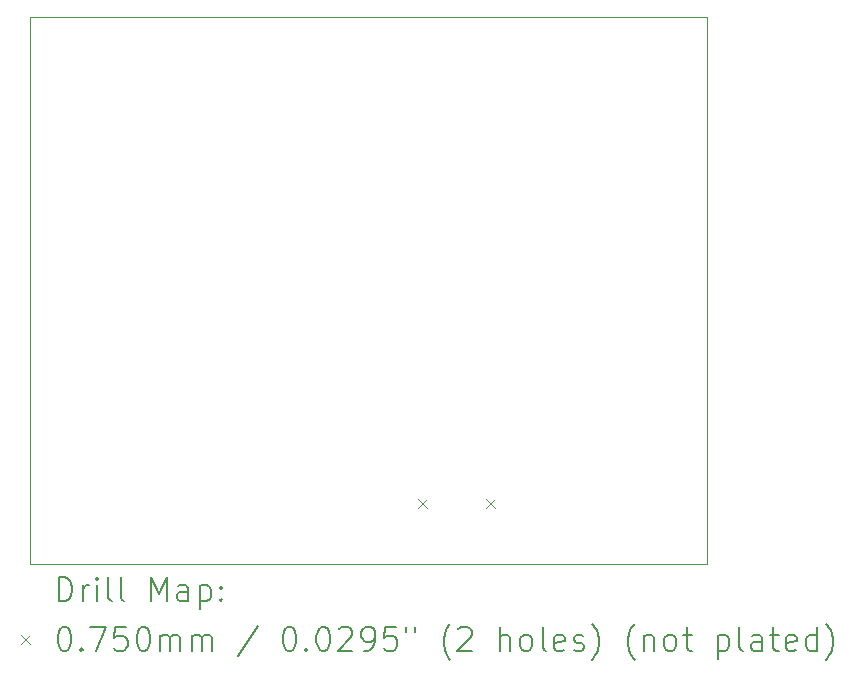
<source format=gbr>
%TF.GenerationSoftware,KiCad,Pcbnew,7.99.0-1092-g932f171e96*%
%TF.CreationDate,2023-06-27T00:36:40+02:00*%
%TF.ProjectId,irrigation,69727269-6761-4746-996f-6e2e6b696361,0.2*%
%TF.SameCoordinates,Original*%
%TF.FileFunction,Drillmap*%
%TF.FilePolarity,Positive*%
%FSLAX45Y45*%
G04 Gerber Fmt 4.5, Leading zero omitted, Abs format (unit mm)*
G04 Created by KiCad (PCBNEW 7.99.0-1092-g932f171e96) date 2023-06-27 00:36:40*
%MOMM*%
%LPD*%
G01*
G04 APERTURE LIST*
%ADD10C,0.100000*%
%ADD11C,0.200000*%
%ADD12C,0.075000*%
G04 APERTURE END LIST*
D10*
X11110000Y-3490000D02*
X11110000Y-8120000D01*
X16840000Y-3490000D02*
X11110000Y-3490000D01*
X16840000Y-8120000D02*
X16840000Y-3490000D01*
X11110000Y-8120000D02*
X16840000Y-8120000D01*
D11*
D12*
X14392500Y-7577050D02*
X14467500Y-7652050D01*
X14467500Y-7577050D02*
X14392500Y-7652050D01*
X14972500Y-7577050D02*
X15047500Y-7652050D01*
X15047500Y-7577050D02*
X14972500Y-7652050D01*
D11*
X11352619Y-8437524D02*
X11352619Y-8237524D01*
X11352619Y-8237524D02*
X11400238Y-8237524D01*
X11400238Y-8237524D02*
X11428809Y-8247048D01*
X11428809Y-8247048D02*
X11447857Y-8266095D01*
X11447857Y-8266095D02*
X11457381Y-8285143D01*
X11457381Y-8285143D02*
X11466905Y-8323238D01*
X11466905Y-8323238D02*
X11466905Y-8351809D01*
X11466905Y-8351809D02*
X11457381Y-8389905D01*
X11457381Y-8389905D02*
X11447857Y-8408952D01*
X11447857Y-8408952D02*
X11428809Y-8428000D01*
X11428809Y-8428000D02*
X11400238Y-8437524D01*
X11400238Y-8437524D02*
X11352619Y-8437524D01*
X11552619Y-8437524D02*
X11552619Y-8304190D01*
X11552619Y-8342286D02*
X11562143Y-8323238D01*
X11562143Y-8323238D02*
X11571667Y-8313714D01*
X11571667Y-8313714D02*
X11590714Y-8304190D01*
X11590714Y-8304190D02*
X11609762Y-8304190D01*
X11676428Y-8437524D02*
X11676428Y-8304190D01*
X11676428Y-8237524D02*
X11666905Y-8247048D01*
X11666905Y-8247048D02*
X11676428Y-8256571D01*
X11676428Y-8256571D02*
X11685952Y-8247048D01*
X11685952Y-8247048D02*
X11676428Y-8237524D01*
X11676428Y-8237524D02*
X11676428Y-8256571D01*
X11800238Y-8437524D02*
X11781190Y-8428000D01*
X11781190Y-8428000D02*
X11771667Y-8408952D01*
X11771667Y-8408952D02*
X11771667Y-8237524D01*
X11905000Y-8437524D02*
X11885952Y-8428000D01*
X11885952Y-8428000D02*
X11876428Y-8408952D01*
X11876428Y-8408952D02*
X11876428Y-8237524D01*
X12133571Y-8437524D02*
X12133571Y-8237524D01*
X12133571Y-8237524D02*
X12200238Y-8380381D01*
X12200238Y-8380381D02*
X12266905Y-8237524D01*
X12266905Y-8237524D02*
X12266905Y-8437524D01*
X12447857Y-8437524D02*
X12447857Y-8332762D01*
X12447857Y-8332762D02*
X12438333Y-8313714D01*
X12438333Y-8313714D02*
X12419286Y-8304190D01*
X12419286Y-8304190D02*
X12381190Y-8304190D01*
X12381190Y-8304190D02*
X12362143Y-8313714D01*
X12447857Y-8428000D02*
X12428809Y-8437524D01*
X12428809Y-8437524D02*
X12381190Y-8437524D01*
X12381190Y-8437524D02*
X12362143Y-8428000D01*
X12362143Y-8428000D02*
X12352619Y-8408952D01*
X12352619Y-8408952D02*
X12352619Y-8389905D01*
X12352619Y-8389905D02*
X12362143Y-8370857D01*
X12362143Y-8370857D02*
X12381190Y-8361333D01*
X12381190Y-8361333D02*
X12428809Y-8361333D01*
X12428809Y-8361333D02*
X12447857Y-8351809D01*
X12543095Y-8304190D02*
X12543095Y-8504190D01*
X12543095Y-8313714D02*
X12562143Y-8304190D01*
X12562143Y-8304190D02*
X12600238Y-8304190D01*
X12600238Y-8304190D02*
X12619286Y-8313714D01*
X12619286Y-8313714D02*
X12628809Y-8323238D01*
X12628809Y-8323238D02*
X12638333Y-8342286D01*
X12638333Y-8342286D02*
X12638333Y-8399429D01*
X12638333Y-8399429D02*
X12628809Y-8418476D01*
X12628809Y-8418476D02*
X12619286Y-8428000D01*
X12619286Y-8428000D02*
X12600238Y-8437524D01*
X12600238Y-8437524D02*
X12562143Y-8437524D01*
X12562143Y-8437524D02*
X12543095Y-8428000D01*
X12724048Y-8418476D02*
X12733571Y-8428000D01*
X12733571Y-8428000D02*
X12724048Y-8437524D01*
X12724048Y-8437524D02*
X12714524Y-8428000D01*
X12714524Y-8428000D02*
X12724048Y-8418476D01*
X12724048Y-8418476D02*
X12724048Y-8437524D01*
X12724048Y-8313714D02*
X12733571Y-8323238D01*
X12733571Y-8323238D02*
X12724048Y-8332762D01*
X12724048Y-8332762D02*
X12714524Y-8323238D01*
X12714524Y-8323238D02*
X12724048Y-8313714D01*
X12724048Y-8313714D02*
X12724048Y-8332762D01*
D12*
X11030000Y-8727500D02*
X11105000Y-8802500D01*
X11105000Y-8727500D02*
X11030000Y-8802500D01*
D11*
X11390714Y-8657524D02*
X11409762Y-8657524D01*
X11409762Y-8657524D02*
X11428809Y-8667048D01*
X11428809Y-8667048D02*
X11438333Y-8676571D01*
X11438333Y-8676571D02*
X11447857Y-8695619D01*
X11447857Y-8695619D02*
X11457381Y-8733714D01*
X11457381Y-8733714D02*
X11457381Y-8781333D01*
X11457381Y-8781333D02*
X11447857Y-8819429D01*
X11447857Y-8819429D02*
X11438333Y-8838476D01*
X11438333Y-8838476D02*
X11428809Y-8848000D01*
X11428809Y-8848000D02*
X11409762Y-8857524D01*
X11409762Y-8857524D02*
X11390714Y-8857524D01*
X11390714Y-8857524D02*
X11371667Y-8848000D01*
X11371667Y-8848000D02*
X11362143Y-8838476D01*
X11362143Y-8838476D02*
X11352619Y-8819429D01*
X11352619Y-8819429D02*
X11343095Y-8781333D01*
X11343095Y-8781333D02*
X11343095Y-8733714D01*
X11343095Y-8733714D02*
X11352619Y-8695619D01*
X11352619Y-8695619D02*
X11362143Y-8676571D01*
X11362143Y-8676571D02*
X11371667Y-8667048D01*
X11371667Y-8667048D02*
X11390714Y-8657524D01*
X11543095Y-8838476D02*
X11552619Y-8848000D01*
X11552619Y-8848000D02*
X11543095Y-8857524D01*
X11543095Y-8857524D02*
X11533571Y-8848000D01*
X11533571Y-8848000D02*
X11543095Y-8838476D01*
X11543095Y-8838476D02*
X11543095Y-8857524D01*
X11619286Y-8657524D02*
X11752619Y-8657524D01*
X11752619Y-8657524D02*
X11666905Y-8857524D01*
X11924048Y-8657524D02*
X11828809Y-8657524D01*
X11828809Y-8657524D02*
X11819286Y-8752762D01*
X11819286Y-8752762D02*
X11828809Y-8743238D01*
X11828809Y-8743238D02*
X11847857Y-8733714D01*
X11847857Y-8733714D02*
X11895476Y-8733714D01*
X11895476Y-8733714D02*
X11914524Y-8743238D01*
X11914524Y-8743238D02*
X11924048Y-8752762D01*
X11924048Y-8752762D02*
X11933571Y-8771810D01*
X11933571Y-8771810D02*
X11933571Y-8819429D01*
X11933571Y-8819429D02*
X11924048Y-8838476D01*
X11924048Y-8838476D02*
X11914524Y-8848000D01*
X11914524Y-8848000D02*
X11895476Y-8857524D01*
X11895476Y-8857524D02*
X11847857Y-8857524D01*
X11847857Y-8857524D02*
X11828809Y-8848000D01*
X11828809Y-8848000D02*
X11819286Y-8838476D01*
X12057381Y-8657524D02*
X12076429Y-8657524D01*
X12076429Y-8657524D02*
X12095476Y-8667048D01*
X12095476Y-8667048D02*
X12105000Y-8676571D01*
X12105000Y-8676571D02*
X12114524Y-8695619D01*
X12114524Y-8695619D02*
X12124048Y-8733714D01*
X12124048Y-8733714D02*
X12124048Y-8781333D01*
X12124048Y-8781333D02*
X12114524Y-8819429D01*
X12114524Y-8819429D02*
X12105000Y-8838476D01*
X12105000Y-8838476D02*
X12095476Y-8848000D01*
X12095476Y-8848000D02*
X12076429Y-8857524D01*
X12076429Y-8857524D02*
X12057381Y-8857524D01*
X12057381Y-8857524D02*
X12038333Y-8848000D01*
X12038333Y-8848000D02*
X12028809Y-8838476D01*
X12028809Y-8838476D02*
X12019286Y-8819429D01*
X12019286Y-8819429D02*
X12009762Y-8781333D01*
X12009762Y-8781333D02*
X12009762Y-8733714D01*
X12009762Y-8733714D02*
X12019286Y-8695619D01*
X12019286Y-8695619D02*
X12028809Y-8676571D01*
X12028809Y-8676571D02*
X12038333Y-8667048D01*
X12038333Y-8667048D02*
X12057381Y-8657524D01*
X12209762Y-8857524D02*
X12209762Y-8724190D01*
X12209762Y-8743238D02*
X12219286Y-8733714D01*
X12219286Y-8733714D02*
X12238333Y-8724190D01*
X12238333Y-8724190D02*
X12266905Y-8724190D01*
X12266905Y-8724190D02*
X12285952Y-8733714D01*
X12285952Y-8733714D02*
X12295476Y-8752762D01*
X12295476Y-8752762D02*
X12295476Y-8857524D01*
X12295476Y-8752762D02*
X12305000Y-8733714D01*
X12305000Y-8733714D02*
X12324048Y-8724190D01*
X12324048Y-8724190D02*
X12352619Y-8724190D01*
X12352619Y-8724190D02*
X12371667Y-8733714D01*
X12371667Y-8733714D02*
X12381190Y-8752762D01*
X12381190Y-8752762D02*
X12381190Y-8857524D01*
X12476429Y-8857524D02*
X12476429Y-8724190D01*
X12476429Y-8743238D02*
X12485952Y-8733714D01*
X12485952Y-8733714D02*
X12505000Y-8724190D01*
X12505000Y-8724190D02*
X12533571Y-8724190D01*
X12533571Y-8724190D02*
X12552619Y-8733714D01*
X12552619Y-8733714D02*
X12562143Y-8752762D01*
X12562143Y-8752762D02*
X12562143Y-8857524D01*
X12562143Y-8752762D02*
X12571667Y-8733714D01*
X12571667Y-8733714D02*
X12590714Y-8724190D01*
X12590714Y-8724190D02*
X12619286Y-8724190D01*
X12619286Y-8724190D02*
X12638333Y-8733714D01*
X12638333Y-8733714D02*
X12647857Y-8752762D01*
X12647857Y-8752762D02*
X12647857Y-8857524D01*
X13038333Y-8648000D02*
X12866905Y-8905143D01*
X13295476Y-8657524D02*
X13314524Y-8657524D01*
X13314524Y-8657524D02*
X13333572Y-8667048D01*
X13333572Y-8667048D02*
X13343095Y-8676571D01*
X13343095Y-8676571D02*
X13352619Y-8695619D01*
X13352619Y-8695619D02*
X13362143Y-8733714D01*
X13362143Y-8733714D02*
X13362143Y-8781333D01*
X13362143Y-8781333D02*
X13352619Y-8819429D01*
X13352619Y-8819429D02*
X13343095Y-8838476D01*
X13343095Y-8838476D02*
X13333572Y-8848000D01*
X13333572Y-8848000D02*
X13314524Y-8857524D01*
X13314524Y-8857524D02*
X13295476Y-8857524D01*
X13295476Y-8857524D02*
X13276429Y-8848000D01*
X13276429Y-8848000D02*
X13266905Y-8838476D01*
X13266905Y-8838476D02*
X13257381Y-8819429D01*
X13257381Y-8819429D02*
X13247857Y-8781333D01*
X13247857Y-8781333D02*
X13247857Y-8733714D01*
X13247857Y-8733714D02*
X13257381Y-8695619D01*
X13257381Y-8695619D02*
X13266905Y-8676571D01*
X13266905Y-8676571D02*
X13276429Y-8667048D01*
X13276429Y-8667048D02*
X13295476Y-8657524D01*
X13447857Y-8838476D02*
X13457381Y-8848000D01*
X13457381Y-8848000D02*
X13447857Y-8857524D01*
X13447857Y-8857524D02*
X13438333Y-8848000D01*
X13438333Y-8848000D02*
X13447857Y-8838476D01*
X13447857Y-8838476D02*
X13447857Y-8857524D01*
X13581191Y-8657524D02*
X13600238Y-8657524D01*
X13600238Y-8657524D02*
X13619286Y-8667048D01*
X13619286Y-8667048D02*
X13628810Y-8676571D01*
X13628810Y-8676571D02*
X13638333Y-8695619D01*
X13638333Y-8695619D02*
X13647857Y-8733714D01*
X13647857Y-8733714D02*
X13647857Y-8781333D01*
X13647857Y-8781333D02*
X13638333Y-8819429D01*
X13638333Y-8819429D02*
X13628810Y-8838476D01*
X13628810Y-8838476D02*
X13619286Y-8848000D01*
X13619286Y-8848000D02*
X13600238Y-8857524D01*
X13600238Y-8857524D02*
X13581191Y-8857524D01*
X13581191Y-8857524D02*
X13562143Y-8848000D01*
X13562143Y-8848000D02*
X13552619Y-8838476D01*
X13552619Y-8838476D02*
X13543095Y-8819429D01*
X13543095Y-8819429D02*
X13533572Y-8781333D01*
X13533572Y-8781333D02*
X13533572Y-8733714D01*
X13533572Y-8733714D02*
X13543095Y-8695619D01*
X13543095Y-8695619D02*
X13552619Y-8676571D01*
X13552619Y-8676571D02*
X13562143Y-8667048D01*
X13562143Y-8667048D02*
X13581191Y-8657524D01*
X13724048Y-8676571D02*
X13733572Y-8667048D01*
X13733572Y-8667048D02*
X13752619Y-8657524D01*
X13752619Y-8657524D02*
X13800238Y-8657524D01*
X13800238Y-8657524D02*
X13819286Y-8667048D01*
X13819286Y-8667048D02*
X13828810Y-8676571D01*
X13828810Y-8676571D02*
X13838333Y-8695619D01*
X13838333Y-8695619D02*
X13838333Y-8714667D01*
X13838333Y-8714667D02*
X13828810Y-8743238D01*
X13828810Y-8743238D02*
X13714524Y-8857524D01*
X13714524Y-8857524D02*
X13838333Y-8857524D01*
X13933572Y-8857524D02*
X13971667Y-8857524D01*
X13971667Y-8857524D02*
X13990714Y-8848000D01*
X13990714Y-8848000D02*
X14000238Y-8838476D01*
X14000238Y-8838476D02*
X14019286Y-8809905D01*
X14019286Y-8809905D02*
X14028810Y-8771810D01*
X14028810Y-8771810D02*
X14028810Y-8695619D01*
X14028810Y-8695619D02*
X14019286Y-8676571D01*
X14019286Y-8676571D02*
X14009762Y-8667048D01*
X14009762Y-8667048D02*
X13990714Y-8657524D01*
X13990714Y-8657524D02*
X13952619Y-8657524D01*
X13952619Y-8657524D02*
X13933572Y-8667048D01*
X13933572Y-8667048D02*
X13924048Y-8676571D01*
X13924048Y-8676571D02*
X13914524Y-8695619D01*
X13914524Y-8695619D02*
X13914524Y-8743238D01*
X13914524Y-8743238D02*
X13924048Y-8762286D01*
X13924048Y-8762286D02*
X13933572Y-8771810D01*
X13933572Y-8771810D02*
X13952619Y-8781333D01*
X13952619Y-8781333D02*
X13990714Y-8781333D01*
X13990714Y-8781333D02*
X14009762Y-8771810D01*
X14009762Y-8771810D02*
X14019286Y-8762286D01*
X14019286Y-8762286D02*
X14028810Y-8743238D01*
X14209762Y-8657524D02*
X14114524Y-8657524D01*
X14114524Y-8657524D02*
X14105000Y-8752762D01*
X14105000Y-8752762D02*
X14114524Y-8743238D01*
X14114524Y-8743238D02*
X14133572Y-8733714D01*
X14133572Y-8733714D02*
X14181191Y-8733714D01*
X14181191Y-8733714D02*
X14200238Y-8743238D01*
X14200238Y-8743238D02*
X14209762Y-8752762D01*
X14209762Y-8752762D02*
X14219286Y-8771810D01*
X14219286Y-8771810D02*
X14219286Y-8819429D01*
X14219286Y-8819429D02*
X14209762Y-8838476D01*
X14209762Y-8838476D02*
X14200238Y-8848000D01*
X14200238Y-8848000D02*
X14181191Y-8857524D01*
X14181191Y-8857524D02*
X14133572Y-8857524D01*
X14133572Y-8857524D02*
X14114524Y-8848000D01*
X14114524Y-8848000D02*
X14105000Y-8838476D01*
X14295476Y-8657524D02*
X14295476Y-8695619D01*
X14371667Y-8657524D02*
X14371667Y-8695619D01*
X14666905Y-8933714D02*
X14657381Y-8924190D01*
X14657381Y-8924190D02*
X14638334Y-8895619D01*
X14638334Y-8895619D02*
X14628810Y-8876571D01*
X14628810Y-8876571D02*
X14619286Y-8848000D01*
X14619286Y-8848000D02*
X14609762Y-8800381D01*
X14609762Y-8800381D02*
X14609762Y-8762286D01*
X14609762Y-8762286D02*
X14619286Y-8714667D01*
X14619286Y-8714667D02*
X14628810Y-8686095D01*
X14628810Y-8686095D02*
X14638334Y-8667048D01*
X14638334Y-8667048D02*
X14657381Y-8638476D01*
X14657381Y-8638476D02*
X14666905Y-8628952D01*
X14733572Y-8676571D02*
X14743095Y-8667048D01*
X14743095Y-8667048D02*
X14762143Y-8657524D01*
X14762143Y-8657524D02*
X14809762Y-8657524D01*
X14809762Y-8657524D02*
X14828810Y-8667048D01*
X14828810Y-8667048D02*
X14838334Y-8676571D01*
X14838334Y-8676571D02*
X14847857Y-8695619D01*
X14847857Y-8695619D02*
X14847857Y-8714667D01*
X14847857Y-8714667D02*
X14838334Y-8743238D01*
X14838334Y-8743238D02*
X14724048Y-8857524D01*
X14724048Y-8857524D02*
X14847857Y-8857524D01*
X15085953Y-8857524D02*
X15085953Y-8657524D01*
X15171667Y-8857524D02*
X15171667Y-8752762D01*
X15171667Y-8752762D02*
X15162143Y-8733714D01*
X15162143Y-8733714D02*
X15143096Y-8724190D01*
X15143096Y-8724190D02*
X15114524Y-8724190D01*
X15114524Y-8724190D02*
X15095476Y-8733714D01*
X15095476Y-8733714D02*
X15085953Y-8743238D01*
X15295476Y-8857524D02*
X15276429Y-8848000D01*
X15276429Y-8848000D02*
X15266905Y-8838476D01*
X15266905Y-8838476D02*
X15257381Y-8819429D01*
X15257381Y-8819429D02*
X15257381Y-8762286D01*
X15257381Y-8762286D02*
X15266905Y-8743238D01*
X15266905Y-8743238D02*
X15276429Y-8733714D01*
X15276429Y-8733714D02*
X15295476Y-8724190D01*
X15295476Y-8724190D02*
X15324048Y-8724190D01*
X15324048Y-8724190D02*
X15343096Y-8733714D01*
X15343096Y-8733714D02*
X15352619Y-8743238D01*
X15352619Y-8743238D02*
X15362143Y-8762286D01*
X15362143Y-8762286D02*
X15362143Y-8819429D01*
X15362143Y-8819429D02*
X15352619Y-8838476D01*
X15352619Y-8838476D02*
X15343096Y-8848000D01*
X15343096Y-8848000D02*
X15324048Y-8857524D01*
X15324048Y-8857524D02*
X15295476Y-8857524D01*
X15476429Y-8857524D02*
X15457381Y-8848000D01*
X15457381Y-8848000D02*
X15447857Y-8828952D01*
X15447857Y-8828952D02*
X15447857Y-8657524D01*
X15628810Y-8848000D02*
X15609762Y-8857524D01*
X15609762Y-8857524D02*
X15571667Y-8857524D01*
X15571667Y-8857524D02*
X15552619Y-8848000D01*
X15552619Y-8848000D02*
X15543096Y-8828952D01*
X15543096Y-8828952D02*
X15543096Y-8752762D01*
X15543096Y-8752762D02*
X15552619Y-8733714D01*
X15552619Y-8733714D02*
X15571667Y-8724190D01*
X15571667Y-8724190D02*
X15609762Y-8724190D01*
X15609762Y-8724190D02*
X15628810Y-8733714D01*
X15628810Y-8733714D02*
X15638334Y-8752762D01*
X15638334Y-8752762D02*
X15638334Y-8771810D01*
X15638334Y-8771810D02*
X15543096Y-8790857D01*
X15714524Y-8848000D02*
X15733572Y-8857524D01*
X15733572Y-8857524D02*
X15771667Y-8857524D01*
X15771667Y-8857524D02*
X15790715Y-8848000D01*
X15790715Y-8848000D02*
X15800238Y-8828952D01*
X15800238Y-8828952D02*
X15800238Y-8819429D01*
X15800238Y-8819429D02*
X15790715Y-8800381D01*
X15790715Y-8800381D02*
X15771667Y-8790857D01*
X15771667Y-8790857D02*
X15743096Y-8790857D01*
X15743096Y-8790857D02*
X15724048Y-8781333D01*
X15724048Y-8781333D02*
X15714524Y-8762286D01*
X15714524Y-8762286D02*
X15714524Y-8752762D01*
X15714524Y-8752762D02*
X15724048Y-8733714D01*
X15724048Y-8733714D02*
X15743096Y-8724190D01*
X15743096Y-8724190D02*
X15771667Y-8724190D01*
X15771667Y-8724190D02*
X15790715Y-8733714D01*
X15866905Y-8933714D02*
X15876429Y-8924190D01*
X15876429Y-8924190D02*
X15895477Y-8895619D01*
X15895477Y-8895619D02*
X15905000Y-8876571D01*
X15905000Y-8876571D02*
X15914524Y-8848000D01*
X15914524Y-8848000D02*
X15924048Y-8800381D01*
X15924048Y-8800381D02*
X15924048Y-8762286D01*
X15924048Y-8762286D02*
X15914524Y-8714667D01*
X15914524Y-8714667D02*
X15905000Y-8686095D01*
X15905000Y-8686095D02*
X15895477Y-8667048D01*
X15895477Y-8667048D02*
X15876429Y-8638476D01*
X15876429Y-8638476D02*
X15866905Y-8628952D01*
X16228810Y-8933714D02*
X16219286Y-8924190D01*
X16219286Y-8924190D02*
X16200238Y-8895619D01*
X16200238Y-8895619D02*
X16190715Y-8876571D01*
X16190715Y-8876571D02*
X16181191Y-8848000D01*
X16181191Y-8848000D02*
X16171667Y-8800381D01*
X16171667Y-8800381D02*
X16171667Y-8762286D01*
X16171667Y-8762286D02*
X16181191Y-8714667D01*
X16181191Y-8714667D02*
X16190715Y-8686095D01*
X16190715Y-8686095D02*
X16200238Y-8667048D01*
X16200238Y-8667048D02*
X16219286Y-8638476D01*
X16219286Y-8638476D02*
X16228810Y-8628952D01*
X16305000Y-8724190D02*
X16305000Y-8857524D01*
X16305000Y-8743238D02*
X16314524Y-8733714D01*
X16314524Y-8733714D02*
X16333572Y-8724190D01*
X16333572Y-8724190D02*
X16362143Y-8724190D01*
X16362143Y-8724190D02*
X16381191Y-8733714D01*
X16381191Y-8733714D02*
X16390715Y-8752762D01*
X16390715Y-8752762D02*
X16390715Y-8857524D01*
X16514524Y-8857524D02*
X16495477Y-8848000D01*
X16495477Y-8848000D02*
X16485953Y-8838476D01*
X16485953Y-8838476D02*
X16476429Y-8819429D01*
X16476429Y-8819429D02*
X16476429Y-8762286D01*
X16476429Y-8762286D02*
X16485953Y-8743238D01*
X16485953Y-8743238D02*
X16495477Y-8733714D01*
X16495477Y-8733714D02*
X16514524Y-8724190D01*
X16514524Y-8724190D02*
X16543096Y-8724190D01*
X16543096Y-8724190D02*
X16562143Y-8733714D01*
X16562143Y-8733714D02*
X16571667Y-8743238D01*
X16571667Y-8743238D02*
X16581191Y-8762286D01*
X16581191Y-8762286D02*
X16581191Y-8819429D01*
X16581191Y-8819429D02*
X16571667Y-8838476D01*
X16571667Y-8838476D02*
X16562143Y-8848000D01*
X16562143Y-8848000D02*
X16543096Y-8857524D01*
X16543096Y-8857524D02*
X16514524Y-8857524D01*
X16638334Y-8724190D02*
X16714524Y-8724190D01*
X16666905Y-8657524D02*
X16666905Y-8828952D01*
X16666905Y-8828952D02*
X16676429Y-8848000D01*
X16676429Y-8848000D02*
X16695477Y-8857524D01*
X16695477Y-8857524D02*
X16714524Y-8857524D01*
X16933572Y-8724190D02*
X16933572Y-8924190D01*
X16933572Y-8733714D02*
X16952620Y-8724190D01*
X16952620Y-8724190D02*
X16990715Y-8724190D01*
X16990715Y-8724190D02*
X17009762Y-8733714D01*
X17009762Y-8733714D02*
X17019286Y-8743238D01*
X17019286Y-8743238D02*
X17028810Y-8762286D01*
X17028810Y-8762286D02*
X17028810Y-8819429D01*
X17028810Y-8819429D02*
X17019286Y-8838476D01*
X17019286Y-8838476D02*
X17009762Y-8848000D01*
X17009762Y-8848000D02*
X16990715Y-8857524D01*
X16990715Y-8857524D02*
X16952620Y-8857524D01*
X16952620Y-8857524D02*
X16933572Y-8848000D01*
X17143096Y-8857524D02*
X17124048Y-8848000D01*
X17124048Y-8848000D02*
X17114524Y-8828952D01*
X17114524Y-8828952D02*
X17114524Y-8657524D01*
X17305001Y-8857524D02*
X17305001Y-8752762D01*
X17305001Y-8752762D02*
X17295477Y-8733714D01*
X17295477Y-8733714D02*
X17276429Y-8724190D01*
X17276429Y-8724190D02*
X17238334Y-8724190D01*
X17238334Y-8724190D02*
X17219286Y-8733714D01*
X17305001Y-8848000D02*
X17285953Y-8857524D01*
X17285953Y-8857524D02*
X17238334Y-8857524D01*
X17238334Y-8857524D02*
X17219286Y-8848000D01*
X17219286Y-8848000D02*
X17209762Y-8828952D01*
X17209762Y-8828952D02*
X17209762Y-8809905D01*
X17209762Y-8809905D02*
X17219286Y-8790857D01*
X17219286Y-8790857D02*
X17238334Y-8781333D01*
X17238334Y-8781333D02*
X17285953Y-8781333D01*
X17285953Y-8781333D02*
X17305001Y-8771810D01*
X17371667Y-8724190D02*
X17447858Y-8724190D01*
X17400239Y-8657524D02*
X17400239Y-8828952D01*
X17400239Y-8828952D02*
X17409762Y-8848000D01*
X17409762Y-8848000D02*
X17428810Y-8857524D01*
X17428810Y-8857524D02*
X17447858Y-8857524D01*
X17590715Y-8848000D02*
X17571667Y-8857524D01*
X17571667Y-8857524D02*
X17533572Y-8857524D01*
X17533572Y-8857524D02*
X17514524Y-8848000D01*
X17514524Y-8848000D02*
X17505001Y-8828952D01*
X17505001Y-8828952D02*
X17505001Y-8752762D01*
X17505001Y-8752762D02*
X17514524Y-8733714D01*
X17514524Y-8733714D02*
X17533572Y-8724190D01*
X17533572Y-8724190D02*
X17571667Y-8724190D01*
X17571667Y-8724190D02*
X17590715Y-8733714D01*
X17590715Y-8733714D02*
X17600239Y-8752762D01*
X17600239Y-8752762D02*
X17600239Y-8771810D01*
X17600239Y-8771810D02*
X17505001Y-8790857D01*
X17771667Y-8857524D02*
X17771667Y-8657524D01*
X17771667Y-8848000D02*
X17752620Y-8857524D01*
X17752620Y-8857524D02*
X17714524Y-8857524D01*
X17714524Y-8857524D02*
X17695477Y-8848000D01*
X17695477Y-8848000D02*
X17685953Y-8838476D01*
X17685953Y-8838476D02*
X17676429Y-8819429D01*
X17676429Y-8819429D02*
X17676429Y-8762286D01*
X17676429Y-8762286D02*
X17685953Y-8743238D01*
X17685953Y-8743238D02*
X17695477Y-8733714D01*
X17695477Y-8733714D02*
X17714524Y-8724190D01*
X17714524Y-8724190D02*
X17752620Y-8724190D01*
X17752620Y-8724190D02*
X17771667Y-8733714D01*
X17847858Y-8933714D02*
X17857382Y-8924190D01*
X17857382Y-8924190D02*
X17876429Y-8895619D01*
X17876429Y-8895619D02*
X17885953Y-8876571D01*
X17885953Y-8876571D02*
X17895477Y-8848000D01*
X17895477Y-8848000D02*
X17905001Y-8800381D01*
X17905001Y-8800381D02*
X17905001Y-8762286D01*
X17905001Y-8762286D02*
X17895477Y-8714667D01*
X17895477Y-8714667D02*
X17885953Y-8686095D01*
X17885953Y-8686095D02*
X17876429Y-8667048D01*
X17876429Y-8667048D02*
X17857382Y-8638476D01*
X17857382Y-8638476D02*
X17847858Y-8628952D01*
M02*

</source>
